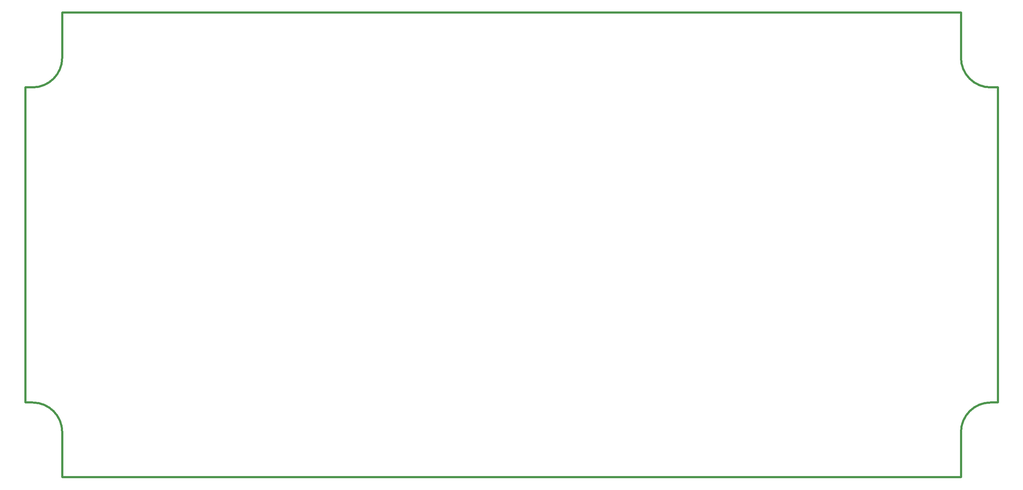
<source format=gko>
G04 Layer_Color=16711935*
%FSLAX44Y44*%
%MOMM*%
G71*
G01*
G75*
%ADD39C,0.5000*%
D39*
X2145481Y120000D02*
G03*
X2075481Y50000I0J-70000D01*
G01*
X-120519Y866000D02*
G03*
X-50519Y936000I0J70000D01*
G01*
Y50000D02*
G03*
X-120519Y120000I-70000J0D01*
G01*
X2075481Y936000D02*
G03*
X2145481Y866000I70000J0D01*
G01*
X-137519Y493000D02*
Y866000D01*
X1012481Y-57000D02*
X2075481D01*
X2145481Y120000D02*
X2162481D01*
X-137519Y866000D02*
X-120519D01*
X1012481Y1043000D02*
X2075481D01*
X2145481Y866000D02*
X2162481D01*
X-50519Y1043000D02*
X1012481D01*
X2075481Y936000D02*
Y1043000D01*
Y-57000D02*
Y50000D01*
X-50519Y936000D02*
Y1043000D01*
X2162481Y120000D02*
Y493000D01*
X-137519Y120000D02*
Y493000D01*
X-50519Y-57000D02*
Y50000D01*
X-137519Y120000D02*
X-120519D01*
X2162481Y493000D02*
Y866000D01*
X-50519Y-57000D02*
X1012481D01*
M02*

</source>
